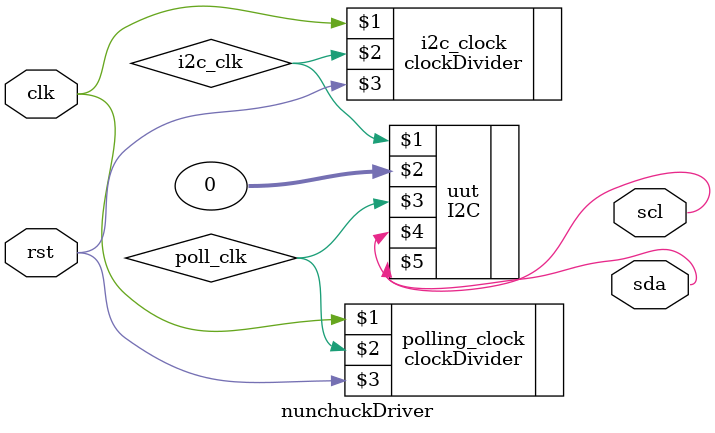
<source format=sv>
module nunchuckDriver(clk, rst, scl, sda);
	input clk;
	input rst;
	output scl;
	output sda;

	
	clockDivider #(400000) i2c_clock(clk, i2c_clk, rst);
	clockDivider #(70) polling_clock(clk, poll_clk, rst);
	
	I2C uut(i2c_clk, 0, poll_clk, scl, sda);

endmodule
</source>
